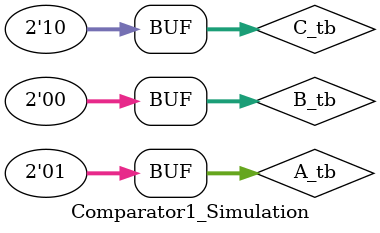
<source format=v>
`timescale 1ns / 1ps

module Comparator1_Simulation(
    );
    reg [1:0]A_tb;
    reg [1:0]B_tb;
    reg [1:0]C_tb;
    wire [1:0]sum_tb;
    comparator1 c1(
    .A(A_tb),
    .B(B_tb),
    .C(C_tb),
    .sum(sum_tb)  
    );
    
    initial begin
    A_tb=0;
    B_tb=0;
    C_tb=0;
    #10;
    
    A_tb=2;
    B_tb=0;
    C_tb=1;
    #10;
    
    A_tb=1;
    B_tb=2;
    C_tb=0;
    #10;
    
    A_tb=0;
    B_tb=2;
    C_tb=1;
    #10;
    
    A_tb=0;
    B_tb=1;
    C_tb=2;
    #10;
    
    A_tb=1;
    B_tb=0;
    C_tb=2;
    #10;
    
    end
endmodule

</source>
